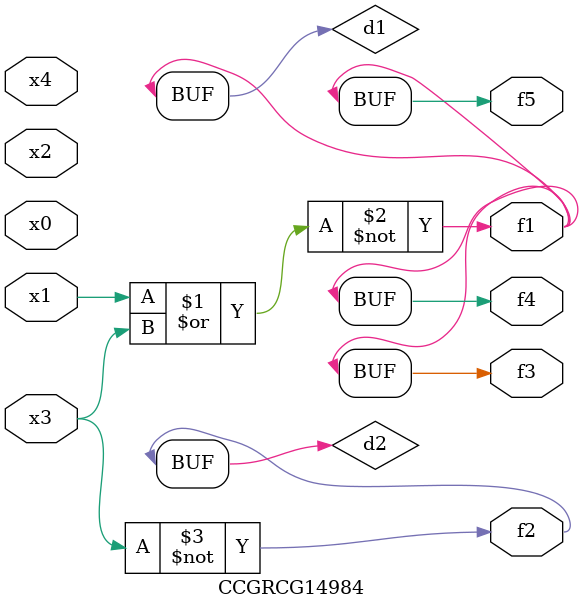
<source format=v>
module CCGRCG14984(
	input x0, x1, x2, x3, x4,
	output f1, f2, f3, f4, f5
);

	wire d1, d2;

	nor (d1, x1, x3);
	not (d2, x3);
	assign f1 = d1;
	assign f2 = d2;
	assign f3 = d1;
	assign f4 = d1;
	assign f5 = d1;
endmodule

</source>
